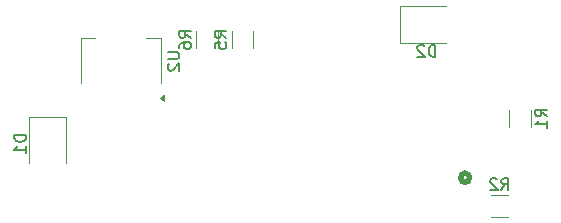
<source format=gbr>
%TF.GenerationSoftware,KiCad,Pcbnew,8.0.4*%
%TF.CreationDate,2024-08-04T18:34:55-04:00*%
%TF.ProjectId,ESP32-C3-BreadBoardAdapter,45535033-322d-4433-932d-427265616442,rev?*%
%TF.SameCoordinates,Original*%
%TF.FileFunction,Legend,Bot*%
%TF.FilePolarity,Positive*%
%FSLAX46Y46*%
G04 Gerber Fmt 4.6, Leading zero omitted, Abs format (unit mm)*
G04 Created by KiCad (PCBNEW 8.0.4) date 2024-08-04 18:34:55*
%MOMM*%
%LPD*%
G01*
G04 APERTURE LIST*
%ADD10C,0.150000*%
%ADD11C,0.508000*%
%ADD12C,0.120000*%
G04 APERTURE END LIST*
D10*
X153078094Y-63834819D02*
X153078094Y-62834819D01*
X153078094Y-62834819D02*
X152839999Y-62834819D01*
X152839999Y-62834819D02*
X152697142Y-62882438D01*
X152697142Y-62882438D02*
X152601904Y-62977676D01*
X152601904Y-62977676D02*
X152554285Y-63072914D01*
X152554285Y-63072914D02*
X152506666Y-63263390D01*
X152506666Y-63263390D02*
X152506666Y-63406247D01*
X152506666Y-63406247D02*
X152554285Y-63596723D01*
X152554285Y-63596723D02*
X152601904Y-63691961D01*
X152601904Y-63691961D02*
X152697142Y-63787200D01*
X152697142Y-63787200D02*
X152839999Y-63834819D01*
X152839999Y-63834819D02*
X153078094Y-63834819D01*
X152125713Y-62930057D02*
X152078094Y-62882438D01*
X152078094Y-62882438D02*
X151982856Y-62834819D01*
X151982856Y-62834819D02*
X151744761Y-62834819D01*
X151744761Y-62834819D02*
X151649523Y-62882438D01*
X151649523Y-62882438D02*
X151601904Y-62930057D01*
X151601904Y-62930057D02*
X151554285Y-63025295D01*
X151554285Y-63025295D02*
X151554285Y-63120533D01*
X151554285Y-63120533D02*
X151601904Y-63263390D01*
X151601904Y-63263390D02*
X152173332Y-63834819D01*
X152173332Y-63834819D02*
X151554285Y-63834819D01*
X135374819Y-62233333D02*
X134898628Y-61900000D01*
X135374819Y-61661905D02*
X134374819Y-61661905D01*
X134374819Y-61661905D02*
X134374819Y-62042857D01*
X134374819Y-62042857D02*
X134422438Y-62138095D01*
X134422438Y-62138095D02*
X134470057Y-62185714D01*
X134470057Y-62185714D02*
X134565295Y-62233333D01*
X134565295Y-62233333D02*
X134708152Y-62233333D01*
X134708152Y-62233333D02*
X134803390Y-62185714D01*
X134803390Y-62185714D02*
X134851009Y-62138095D01*
X134851009Y-62138095D02*
X134898628Y-62042857D01*
X134898628Y-62042857D02*
X134898628Y-61661905D01*
X134374819Y-63138095D02*
X134374819Y-62661905D01*
X134374819Y-62661905D02*
X134851009Y-62614286D01*
X134851009Y-62614286D02*
X134803390Y-62661905D01*
X134803390Y-62661905D02*
X134755771Y-62757143D01*
X134755771Y-62757143D02*
X134755771Y-62995238D01*
X134755771Y-62995238D02*
X134803390Y-63090476D01*
X134803390Y-63090476D02*
X134851009Y-63138095D01*
X134851009Y-63138095D02*
X134946247Y-63185714D01*
X134946247Y-63185714D02*
X135184342Y-63185714D01*
X135184342Y-63185714D02*
X135279580Y-63138095D01*
X135279580Y-63138095D02*
X135327200Y-63090476D01*
X135327200Y-63090476D02*
X135374819Y-62995238D01*
X135374819Y-62995238D02*
X135374819Y-62757143D01*
X135374819Y-62757143D02*
X135327200Y-62661905D01*
X135327200Y-62661905D02*
X135279580Y-62614286D01*
X162524819Y-68883333D02*
X162048628Y-68550000D01*
X162524819Y-68311905D02*
X161524819Y-68311905D01*
X161524819Y-68311905D02*
X161524819Y-68692857D01*
X161524819Y-68692857D02*
X161572438Y-68788095D01*
X161572438Y-68788095D02*
X161620057Y-68835714D01*
X161620057Y-68835714D02*
X161715295Y-68883333D01*
X161715295Y-68883333D02*
X161858152Y-68883333D01*
X161858152Y-68883333D02*
X161953390Y-68835714D01*
X161953390Y-68835714D02*
X162001009Y-68788095D01*
X162001009Y-68788095D02*
X162048628Y-68692857D01*
X162048628Y-68692857D02*
X162048628Y-68311905D01*
X162524819Y-69835714D02*
X162524819Y-69264286D01*
X162524819Y-69550000D02*
X161524819Y-69550000D01*
X161524819Y-69550000D02*
X161667676Y-69454762D01*
X161667676Y-69454762D02*
X161762914Y-69359524D01*
X161762914Y-69359524D02*
X161810533Y-69264286D01*
X158666666Y-75134819D02*
X158999999Y-74658628D01*
X159238094Y-75134819D02*
X159238094Y-74134819D01*
X159238094Y-74134819D02*
X158857142Y-74134819D01*
X158857142Y-74134819D02*
X158761904Y-74182438D01*
X158761904Y-74182438D02*
X158714285Y-74230057D01*
X158714285Y-74230057D02*
X158666666Y-74325295D01*
X158666666Y-74325295D02*
X158666666Y-74468152D01*
X158666666Y-74468152D02*
X158714285Y-74563390D01*
X158714285Y-74563390D02*
X158761904Y-74611009D01*
X158761904Y-74611009D02*
X158857142Y-74658628D01*
X158857142Y-74658628D02*
X159238094Y-74658628D01*
X158285713Y-74230057D02*
X158238094Y-74182438D01*
X158238094Y-74182438D02*
X158142856Y-74134819D01*
X158142856Y-74134819D02*
X157904761Y-74134819D01*
X157904761Y-74134819D02*
X157809523Y-74182438D01*
X157809523Y-74182438D02*
X157761904Y-74230057D01*
X157761904Y-74230057D02*
X157714285Y-74325295D01*
X157714285Y-74325295D02*
X157714285Y-74420533D01*
X157714285Y-74420533D02*
X157761904Y-74563390D01*
X157761904Y-74563390D02*
X158333332Y-75134819D01*
X158333332Y-75134819D02*
X157714285Y-75134819D01*
X130394819Y-63438095D02*
X131204342Y-63438095D01*
X131204342Y-63438095D02*
X131299580Y-63485714D01*
X131299580Y-63485714D02*
X131347200Y-63533333D01*
X131347200Y-63533333D02*
X131394819Y-63628571D01*
X131394819Y-63628571D02*
X131394819Y-63819047D01*
X131394819Y-63819047D02*
X131347200Y-63914285D01*
X131347200Y-63914285D02*
X131299580Y-63961904D01*
X131299580Y-63961904D02*
X131204342Y-64009523D01*
X131204342Y-64009523D02*
X130394819Y-64009523D01*
X130490057Y-64438095D02*
X130442438Y-64485714D01*
X130442438Y-64485714D02*
X130394819Y-64580952D01*
X130394819Y-64580952D02*
X130394819Y-64819047D01*
X130394819Y-64819047D02*
X130442438Y-64914285D01*
X130442438Y-64914285D02*
X130490057Y-64961904D01*
X130490057Y-64961904D02*
X130585295Y-65009523D01*
X130585295Y-65009523D02*
X130680533Y-65009523D01*
X130680533Y-65009523D02*
X130823390Y-64961904D01*
X130823390Y-64961904D02*
X131394819Y-64390476D01*
X131394819Y-64390476D02*
X131394819Y-65009523D01*
X132374819Y-62233333D02*
X131898628Y-61900000D01*
X132374819Y-61661905D02*
X131374819Y-61661905D01*
X131374819Y-61661905D02*
X131374819Y-62042857D01*
X131374819Y-62042857D02*
X131422438Y-62138095D01*
X131422438Y-62138095D02*
X131470057Y-62185714D01*
X131470057Y-62185714D02*
X131565295Y-62233333D01*
X131565295Y-62233333D02*
X131708152Y-62233333D01*
X131708152Y-62233333D02*
X131803390Y-62185714D01*
X131803390Y-62185714D02*
X131851009Y-62138095D01*
X131851009Y-62138095D02*
X131898628Y-62042857D01*
X131898628Y-62042857D02*
X131898628Y-61661905D01*
X131374819Y-63090476D02*
X131374819Y-62900000D01*
X131374819Y-62900000D02*
X131422438Y-62804762D01*
X131422438Y-62804762D02*
X131470057Y-62757143D01*
X131470057Y-62757143D02*
X131612914Y-62661905D01*
X131612914Y-62661905D02*
X131803390Y-62614286D01*
X131803390Y-62614286D02*
X132184342Y-62614286D01*
X132184342Y-62614286D02*
X132279580Y-62661905D01*
X132279580Y-62661905D02*
X132327200Y-62709524D01*
X132327200Y-62709524D02*
X132374819Y-62804762D01*
X132374819Y-62804762D02*
X132374819Y-62995238D01*
X132374819Y-62995238D02*
X132327200Y-63090476D01*
X132327200Y-63090476D02*
X132279580Y-63138095D01*
X132279580Y-63138095D02*
X132184342Y-63185714D01*
X132184342Y-63185714D02*
X131946247Y-63185714D01*
X131946247Y-63185714D02*
X131851009Y-63138095D01*
X131851009Y-63138095D02*
X131803390Y-63090476D01*
X131803390Y-63090476D02*
X131755771Y-62995238D01*
X131755771Y-62995238D02*
X131755771Y-62804762D01*
X131755771Y-62804762D02*
X131803390Y-62709524D01*
X131803390Y-62709524D02*
X131851009Y-62661905D01*
X131851009Y-62661905D02*
X131946247Y-62614286D01*
X118414819Y-70461905D02*
X117414819Y-70461905D01*
X117414819Y-70461905D02*
X117414819Y-70700000D01*
X117414819Y-70700000D02*
X117462438Y-70842857D01*
X117462438Y-70842857D02*
X117557676Y-70938095D01*
X117557676Y-70938095D02*
X117652914Y-70985714D01*
X117652914Y-70985714D02*
X117843390Y-71033333D01*
X117843390Y-71033333D02*
X117986247Y-71033333D01*
X117986247Y-71033333D02*
X118176723Y-70985714D01*
X118176723Y-70985714D02*
X118271961Y-70938095D01*
X118271961Y-70938095D02*
X118367200Y-70842857D01*
X118367200Y-70842857D02*
X118414819Y-70700000D01*
X118414819Y-70700000D02*
X118414819Y-70461905D01*
X118414819Y-71985714D02*
X118414819Y-71414286D01*
X118414819Y-71700000D02*
X117414819Y-71700000D01*
X117414819Y-71700000D02*
X117557676Y-71604762D01*
X117557676Y-71604762D02*
X117652914Y-71509524D01*
X117652914Y-71509524D02*
X117700533Y-71414286D01*
D11*
%TO.C,J2*%
X155963435Y-74092957D02*
G75*
G02*
X155201435Y-74092957I-381000J0D01*
G01*
X155201435Y-74092957D02*
G75*
G02*
X155963435Y-74092957I381000J0D01*
G01*
D12*
%TO.C,D2*%
X150055000Y-59515000D02*
X150055000Y-62685000D01*
X150055000Y-62685000D02*
X153940000Y-62685000D01*
X153940000Y-59515000D02*
X150055000Y-59515000D01*
%TO.C,R5*%
X135830000Y-63127064D02*
X135830000Y-61672936D01*
X137650000Y-63127064D02*
X137650000Y-61672936D01*
%TO.C,R1*%
X159340000Y-68322936D02*
X159340000Y-69777064D01*
X161160000Y-68322936D02*
X161160000Y-69777064D01*
%TO.C,R2*%
X157772936Y-75590000D02*
X159227064Y-75590000D01*
X157772936Y-77410000D02*
X159227064Y-77410000D01*
%TO.C,U2*%
X123030000Y-62290000D02*
X123030000Y-66050000D01*
X124290000Y-62290000D02*
X123030000Y-62290000D01*
X128590000Y-62290000D02*
X129850000Y-62290000D01*
X129850000Y-62290000D02*
X129850000Y-66050000D01*
X130080000Y-67570000D02*
X129750000Y-67330000D01*
X130080000Y-67090000D01*
X130080000Y-67570000D01*
G36*
X130080000Y-67570000D02*
G01*
X129750000Y-67330000D01*
X130080000Y-67090000D01*
X130080000Y-67570000D01*
G37*
%TO.C,R6*%
X132830000Y-63127064D02*
X132830000Y-61672936D01*
X134650000Y-63127064D02*
X134650000Y-61672936D01*
%TO.C,D1*%
X118655000Y-68915000D02*
X118655000Y-72800000D01*
X121825000Y-68915000D02*
X118655000Y-68915000D01*
X121825000Y-72800000D02*
X121825000Y-68915000D01*
%TD*%
M02*

</source>
